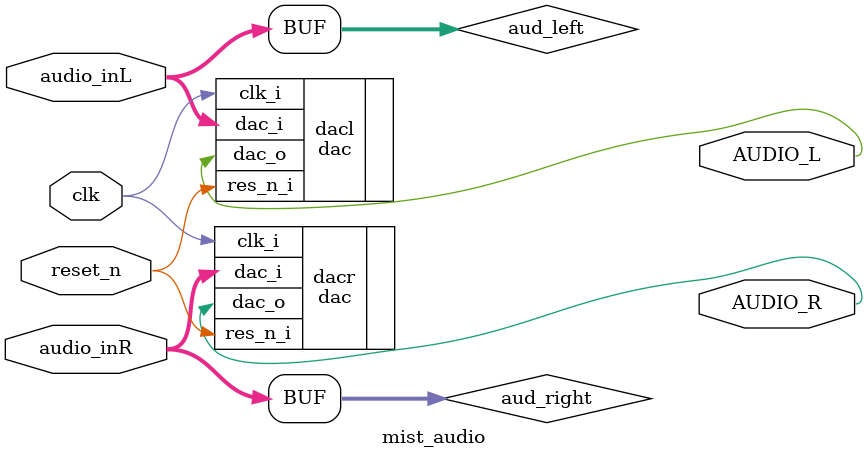
<source format=v>
module mist_audio
(
	input		clk,
	input		reset_n,
	input		[BITS-1:0] audio_inL,
	input		[BITS-1:0] audio_inR,
	output   AUDIO_L,
	output   AUDIO_R
);

parameter BITS = 16;
parameter STEREO = 0;
parameter SIGNED = 0;

wire [BITS-1:0] aud_left = ~SIGNED ? audio_inL : {~audio_inL[BITS-1],audio_inL[BITS-2:0]};
wire [BITS-1:0] aud_right = ~STEREO ? ~SIGNED ? audio_inR : {~audio_inR[BITS-1],audio_inR[BITS-2:0]} : aud_left;

dac #(
	.C_bits(BITS))
dacl(
	.clk_i(clk),
	.res_n_i(reset_n),
	.dac_i(aud_left),
	.dac_o(AUDIO_L)
	);
	
dac #(
	.C_bits(BITS))
dacr(
	.clk_i(clk),
	.res_n_i(reset_n),
	.dac_i(aud_right),
	.dac_o(AUDIO_R)
	);

endmodule 
</source>
